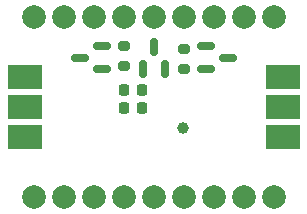
<source format=gbr>
%TF.GenerationSoftware,KiCad,Pcbnew,8.0.4*%
%TF.CreationDate,2024-09-13T11:56:02+01:00*%
%TF.ProjectId,MkI,4d6b492e-6b69-4636-9164-5f7063625858,rev?*%
%TF.SameCoordinates,Original*%
%TF.FileFunction,Soldermask,Bot*%
%TF.FilePolarity,Negative*%
%FSLAX46Y46*%
G04 Gerber Fmt 4.6, Leading zero omitted, Abs format (unit mm)*
G04 Created by KiCad (PCBNEW 8.0.4) date 2024-09-13 11:56:02*
%MOMM*%
%LPD*%
G01*
G04 APERTURE LIST*
G04 Aperture macros list*
%AMRoundRect*
0 Rectangle with rounded corners*
0 $1 Rounding radius*
0 $2 $3 $4 $5 $6 $7 $8 $9 X,Y pos of 4 corners*
0 Add a 4 corners polygon primitive as box body*
4,1,4,$2,$3,$4,$5,$6,$7,$8,$9,$2,$3,0*
0 Add four circle primitives for the rounded corners*
1,1,$1+$1,$2,$3*
1,1,$1+$1,$4,$5*
1,1,$1+$1,$6,$7*
1,1,$1+$1,$8,$9*
0 Add four rect primitives between the rounded corners*
20,1,$1+$1,$2,$3,$4,$5,0*
20,1,$1+$1,$4,$5,$6,$7,0*
20,1,$1+$1,$6,$7,$8,$9,0*
20,1,$1+$1,$8,$9,$2,$3,0*%
G04 Aperture macros list end*
%ADD10C,2.000000*%
%ADD11RoundRect,0.225000X-0.225000X-0.250000X0.225000X-0.250000X0.225000X0.250000X-0.225000X0.250000X0*%
%ADD12RoundRect,0.150000X0.587500X0.150000X-0.587500X0.150000X-0.587500X-0.150000X0.587500X-0.150000X0*%
%ADD13RoundRect,0.200000X-0.275000X0.200000X-0.275000X-0.200000X0.275000X-0.200000X0.275000X0.200000X0*%
%ADD14R,3.000000X2.000000*%
%ADD15RoundRect,0.150000X-0.587500X-0.150000X0.587500X-0.150000X0.587500X0.150000X-0.587500X0.150000X0*%
%ADD16RoundRect,0.150000X0.150000X-0.587500X0.150000X0.587500X-0.150000X0.587500X-0.150000X-0.587500X0*%
%ADD17C,1.000000*%
G04 APERTURE END LIST*
D10*
%TO.C,DISP1*%
X88265000Y-79375000D03*
X90805000Y-79375000D03*
X93345000Y-79375000D03*
X95885000Y-79375000D03*
X98425000Y-79375000D03*
X100965000Y-79375000D03*
X103505000Y-79375000D03*
X106045000Y-79375000D03*
X108585000Y-79375000D03*
X108585000Y-94615000D03*
X106045000Y-94615000D03*
X103505000Y-94615000D03*
X100965000Y-94615000D03*
X98425000Y-94615000D03*
X95885000Y-94615000D03*
X93345000Y-94615000D03*
X90805000Y-94615000D03*
X88265000Y-94615000D03*
%TD*%
D11*
%TO.C,C1*%
X97450000Y-85545000D03*
X95900000Y-85545000D03*
%TD*%
D12*
%TO.C,Q1*%
X92137500Y-82807500D03*
X94012500Y-83757500D03*
X94012500Y-81857500D03*
%TD*%
D13*
%TO.C,R1*%
X100975000Y-83732500D03*
X100975000Y-82082500D03*
%TD*%
D14*
%TO.C,J2*%
X109325000Y-89535000D03*
X109325000Y-86995000D03*
X109325000Y-84455000D03*
%TD*%
D15*
%TO.C,Q2*%
X104712500Y-82807500D03*
X102837500Y-81857500D03*
X102837500Y-83757500D03*
%TD*%
D16*
%TO.C,Q3*%
X98425000Y-81866500D03*
X97475000Y-83741500D03*
X99375000Y-83741500D03*
%TD*%
D13*
%TO.C,R2*%
X95875000Y-83507500D03*
X95875000Y-81857500D03*
%TD*%
D17*
%TO.C,TP1*%
X100875000Y-88745000D03*
%TD*%
D14*
%TO.C,J1*%
X87525000Y-89535000D03*
X87525000Y-86995000D03*
X87525000Y-84455000D03*
%TD*%
D11*
%TO.C,C2*%
X97450000Y-87095000D03*
X95900000Y-87095000D03*
%TD*%
M02*

</source>
